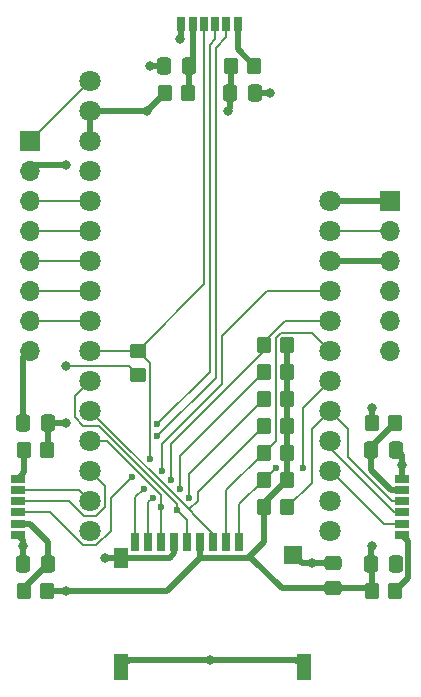
<source format=gbr>
%TF.GenerationSoftware,KiCad,Pcbnew,8.0.8*%
%TF.CreationDate,2025-02-11T14:17:18-06:00*%
%TF.ProjectId,IR Demo FeatherWing,49522044-656d-46f2-9046-656174686572,rev?*%
%TF.SameCoordinates,Original*%
%TF.FileFunction,Copper,L1,Top*%
%TF.FilePolarity,Positive*%
%FSLAX46Y46*%
G04 Gerber Fmt 4.6, Leading zero omitted, Abs format (unit mm)*
G04 Created by KiCad (PCBNEW 8.0.8) date 2025-02-11 14:17:18*
%MOMM*%
%LPD*%
G01*
G04 APERTURE LIST*
G04 Aperture macros list*
%AMRoundRect*
0 Rectangle with rounded corners*
0 $1 Rounding radius*
0 $2 $3 $4 $5 $6 $7 $8 $9 X,Y pos of 4 corners*
0 Add a 4 corners polygon primitive as box body*
4,1,4,$2,$3,$4,$5,$6,$7,$8,$9,$2,$3,0*
0 Add four circle primitives for the rounded corners*
1,1,$1+$1,$2,$3*
1,1,$1+$1,$4,$5*
1,1,$1+$1,$6,$7*
1,1,$1+$1,$8,$9*
0 Add four rect primitives between the rounded corners*
20,1,$1+$1,$2,$3,$4,$5,0*
20,1,$1+$1,$4,$5,$6,$7,0*
20,1,$1+$1,$6,$7,$8,$9,0*
20,1,$1+$1,$8,$9,$2,$3,0*%
G04 Aperture macros list end*
%TA.AperFunction,SMDPad,CuDef*%
%ADD10R,0.700000X1.600000*%
%TD*%
%TA.AperFunction,SMDPad,CuDef*%
%ADD11R,1.200000X1.800000*%
%TD*%
%TA.AperFunction,SMDPad,CuDef*%
%ADD12R,1.200000X2.200000*%
%TD*%
%TA.AperFunction,SMDPad,CuDef*%
%ADD13R,1.600000X1.500000*%
%TD*%
%TA.AperFunction,ComponentPad*%
%ADD14R,1.700000X1.700000*%
%TD*%
%TA.AperFunction,ComponentPad*%
%ADD15O,1.700000X1.700000*%
%TD*%
%TA.AperFunction,SMDPad,CuDef*%
%ADD16RoundRect,0.250000X0.337500X0.475000X-0.337500X0.475000X-0.337500X-0.475000X0.337500X-0.475000X0*%
%TD*%
%TA.AperFunction,SMDPad,CuDef*%
%ADD17RoundRect,0.250000X-0.350000X-0.450000X0.350000X-0.450000X0.350000X0.450000X-0.350000X0.450000X0*%
%TD*%
%TA.AperFunction,SMDPad,CuDef*%
%ADD18RoundRect,0.250000X-0.337500X-0.475000X0.337500X-0.475000X0.337500X0.475000X-0.337500X0.475000X0*%
%TD*%
%TA.AperFunction,SMDPad,CuDef*%
%ADD19RoundRect,0.250000X0.350000X0.450000X-0.350000X0.450000X-0.350000X-0.450000X0.350000X-0.450000X0*%
%TD*%
%TA.AperFunction,ComponentPad*%
%ADD20C,1.800000*%
%TD*%
%TA.AperFunction,SMDPad,CuDef*%
%ADD21RoundRect,0.250000X0.475000X-0.337500X0.475000X0.337500X-0.475000X0.337500X-0.475000X-0.337500X0*%
%TD*%
%TA.AperFunction,SMDPad,CuDef*%
%ADD22RoundRect,0.250000X0.450000X-0.350000X0.450000X0.350000X-0.450000X0.350000X-0.450000X-0.350000X0*%
%TD*%
%TA.AperFunction,SMDPad,CuDef*%
%ADD23R,0.640000X1.270000*%
%TD*%
%TA.AperFunction,SMDPad,CuDef*%
%ADD24R,1.270000X0.640000*%
%TD*%
%TA.AperFunction,ViaPad*%
%ADD25C,0.800000*%
%TD*%
%TA.AperFunction,ViaPad*%
%ADD26C,0.600000*%
%TD*%
%TA.AperFunction,Conductor*%
%ADD27C,0.200000*%
%TD*%
%TA.AperFunction,Conductor*%
%ADD28C,0.500000*%
%TD*%
G04 APERTURE END LIST*
D10*
%TO.P,J3,1,DAT2*%
%TO.N,/SD_DAT2*%
X152618000Y-120100000D03*
%TO.P,J3,2,DAT3/CD*%
%TO.N,/SPI_CS*%
X151518000Y-120100000D03*
%TO.P,J3,3,CMD*%
%TO.N,/SPI_MOSI*%
X150418000Y-120100000D03*
%TO.P,J3,4,VDD*%
%TO.N,VCC*%
X149318000Y-120100000D03*
%TO.P,J3,5,CLK*%
%TO.N,/SPI_SCK*%
X148218000Y-120100000D03*
%TO.P,J3,6,VSS*%
%TO.N,GND*%
X147118000Y-120100000D03*
%TO.P,J3,7,DAT0*%
%TO.N,/SPI_MISO*%
X146018000Y-120100000D03*
%TO.P,J3,8,DAT1*%
%TO.N,/SD_DAT1*%
X144918000Y-120100000D03*
%TO.P,J3,9,DET*%
%TO.N,/SPI_CD*%
X143818000Y-120100000D03*
D11*
%TO.P,J3,10,SHIELD*%
%TO.N,GND*%
X142618000Y-121400000D03*
D12*
X142618000Y-130700000D03*
D13*
X157218000Y-121150000D03*
D12*
X158118000Y-130700000D03*
%TD*%
D14*
%TO.P,J2,1,Pin_1*%
%TO.N,/~{RESET}*%
X134874000Y-86106000D03*
D15*
%TO.P,J2,2,Pin_2*%
%TO.N,VCC*%
X134874000Y-88646000D03*
%TO.P,J2,3,Pin_3*%
%TO.N,/GPIO18*%
X134874000Y-91186000D03*
%TO.P,J2,4,Pin_4*%
%TO.N,/GPIO17*%
X134874000Y-93726000D03*
%TO.P,J2,5,Pin_5*%
%TO.N,/GPIO16*%
X134874000Y-96266000D03*
%TO.P,J2,6,Pin_6*%
%TO.N,/GPIO15*%
X134874000Y-98806000D03*
%TO.P,J2,7,Pin_7*%
%TO.N,/GPIO14*%
X134874000Y-101346000D03*
%TO.P,J2,8,Pin_8*%
%TO.N,GND*%
X134874000Y-103886000D03*
%TD*%
D14*
%TO.P,J1,1,Pin_1*%
%TO.N,/VBAT*%
X165354000Y-91186000D03*
D15*
%TO.P,J1,2,Pin_2*%
%TO.N,/EN*%
X165354000Y-93726000D03*
%TO.P,J1,3,Pin_3*%
%TO.N,/VBUS*%
X165354000Y-96266000D03*
%TO.P,J1,4,Pin_4*%
%TO.N,GND*%
X165354000Y-98806000D03*
%TO.P,J1,5,Pin_5*%
%TO.N,/SCL*%
X165354000Y-101346000D03*
%TO.P,J1,6,Pin_6*%
%TO.N,/SDA*%
X165354000Y-103886000D03*
%TD*%
D16*
%TO.P,C4,1*%
%TO.N,VCC*%
X136419500Y-109982000D03*
%TO.P,C4,2*%
%TO.N,GND*%
X134344500Y-109982000D03*
%TD*%
D17*
%TO.P,R3,1*%
%TO.N,VCC*%
X151908000Y-79756000D03*
%TO.P,R3,2*%
%TO.N,Net-(U1-IRED)*%
X153908000Y-79756000D03*
%TD*%
D18*
%TO.P,C6,1*%
%TO.N,VCC*%
X163808500Y-121920000D03*
%TO.P,C6,2*%
%TO.N,GND*%
X165883500Y-121920000D03*
%TD*%
D19*
%TO.P,R12,1*%
%TO.N,VCC*%
X156702000Y-103378000D03*
%TO.P,R12,2*%
%TO.N,/SD_DAT1*%
X154702000Y-103378000D03*
%TD*%
%TO.P,R9,1*%
%TO.N,VCC*%
X156702000Y-110236000D03*
%TO.P,R9,2*%
%TO.N,/SPI_MOSI*%
X154702000Y-110236000D03*
%TD*%
D17*
%TO.P,R14,1*%
%TO.N,VCC*%
X154702000Y-117094000D03*
%TO.P,R14,2*%
%TO.N,/~{IR2_EN}*%
X156702000Y-117094000D03*
%TD*%
D19*
%TO.P,R4,1*%
%TO.N,VCC*%
X136382000Y-112268000D03*
%TO.P,R4,2*%
%TO.N,Net-(U2-IRED)*%
X134382000Y-112268000D03*
%TD*%
D16*
%TO.P,C1,1*%
%TO.N,Net-(U1-VCC)*%
X148357500Y-79756000D03*
%TO.P,C1,2*%
%TO.N,GND*%
X146282500Y-79756000D03*
%TD*%
D20*
%TO.P,A1,28,VBAT*%
%TO.N,/VBAT*%
X160274000Y-91186000D03*
%TO.P,A1,27,EN*%
%TO.N,/EN*%
X160274000Y-93726000D03*
%TO.P,A1,26,VBUS*%
%TO.N,/VBUS*%
X160274000Y-96266000D03*
%TO.P,A1,25,D13*%
%TO.N,/SPI_CD*%
X160274000Y-98806000D03*
%TO.P,A1,24,D12*%
%TO.N,/SD_DAT1*%
X160274000Y-101346000D03*
%TO.P,A1,23,D11*%
%TO.N,/SPI_CS*%
X160274000Y-103886000D03*
%TO.P,A1,22,D10*%
%TO.N,/SD_DAT2*%
X160274000Y-106426000D03*
%TO.P,A1,21,D9*%
%TO.N,/~{IR2_EN}*%
X160274000Y-108966000D03*
%TO.P,A1,20,D6*%
%TO.N,/IR2_RX*%
X160274000Y-111506000D03*
%TO.P,A1,19,D5*%
%TO.N,/IR2_TX*%
X160274000Y-114046000D03*
%TO.P,A1,18,SCL*%
%TO.N,/SCL*%
X160274000Y-116586000D03*
%TO.P,A1,17,SDA*%
%TO.N,/SDA*%
X160274000Y-119126000D03*
%TO.P,A1,16,TXD0*%
%TO.N,unconnected-(A1-TXD0-Pad16)*%
X139954000Y-119126000D03*
%TO.P,A1,15,TX*%
%TO.N,/IR1_TX*%
X139954000Y-116586000D03*
%TO.P,A1,14,RX*%
%TO.N,/IR1_RX*%
X139954000Y-114046000D03*
%TO.P,A1,13,MISO*%
%TO.N,/SPI_MISO*%
X139954000Y-111506000D03*
%TO.P,A1,12,MOSI*%
%TO.N,/SPI_MOSI*%
X139954000Y-108966000D03*
%TO.P,A1,11,SCK*%
%TO.N,/SPI_SCK*%
X139954000Y-106426000D03*
%TO.P,A1,10,A5*%
%TO.N,/~{IR1_EN}*%
X139954000Y-103886000D03*
%TO.P,A1,9,A4*%
%TO.N,/GPIO14*%
X139954000Y-101346000D03*
%TO.P,A1,8,A3*%
%TO.N,/GPIO15*%
X139954000Y-98806000D03*
%TO.P,A1,7,A2*%
%TO.N,/GPIO16*%
X139954000Y-96266000D03*
%TO.P,A1,6,A1*%
%TO.N,/GPIO17*%
X139954000Y-93726000D03*
%TO.P,A1,5,A0*%
%TO.N,/GPIO18*%
X139954000Y-91186000D03*
%TO.P,A1,4,GND*%
%TO.N,GND*%
X139954000Y-88646000D03*
%TO.P,A1,3,3V3*%
%TO.N,VCC*%
X139954000Y-86106000D03*
%TO.P,A1,2,3V3*%
X139954000Y-83566000D03*
%TO.P,A1,1,~{RESET}*%
%TO.N,/~{RESET}*%
X139954000Y-81026000D03*
%TD*%
D21*
%TO.P,C7,1*%
%TO.N,VCC*%
X160528000Y-123973500D03*
%TO.P,C7,2*%
%TO.N,GND*%
X160528000Y-121898500D03*
%TD*%
D18*
%TO.P,C5,1*%
%TO.N,Net-(U3-VCC)*%
X163808500Y-112268000D03*
%TO.P,C5,2*%
%TO.N,GND*%
X165883500Y-112268000D03*
%TD*%
%TO.P,C3,1*%
%TO.N,VCC*%
X151870500Y-82042000D03*
%TO.P,C3,2*%
%TO.N,GND*%
X153945500Y-82042000D03*
%TD*%
D19*
%TO.P,R2,1*%
%TO.N,VCC*%
X136382000Y-124206000D03*
%TO.P,R2,2*%
%TO.N,Net-(U2-VCC)*%
X134382000Y-124206000D03*
%TD*%
%TO.P,R8,1*%
%TO.N,VCC*%
X156702000Y-112522000D03*
%TO.P,R8,2*%
%TO.N,/SPI_CS*%
X154702000Y-112522000D03*
%TD*%
D17*
%TO.P,R13,1*%
%TO.N,VCC*%
X163846000Y-124206000D03*
%TO.P,R13,2*%
%TO.N,Net-(U3-IRED)*%
X165846000Y-124206000D03*
%TD*%
D19*
%TO.P,R11,1*%
%TO.N,VCC*%
X156702000Y-105664000D03*
%TO.P,R11,2*%
%TO.N,/SPI_MISO*%
X154702000Y-105664000D03*
%TD*%
D22*
%TO.P,R5,1*%
%TO.N,VCC*%
X144018000Y-105902000D03*
%TO.P,R5,2*%
%TO.N,/~{IR1_EN}*%
X144018000Y-103902000D03*
%TD*%
D23*
%TO.P,U1,1,IRED*%
%TO.N,Net-(U1-IRED)*%
X152489000Y-76200000D03*
%TO.P,U1,2,TXD*%
%TO.N,/IR1_TX*%
X151539000Y-76200000D03*
%TO.P,U1,3,RXD*%
%TO.N,/IR1_RX*%
X150589000Y-76200000D03*
%TO.P,U1,4,SD*%
%TO.N,/~{IR1_EN}*%
X149639000Y-76200000D03*
%TO.P,U1,5,VCC*%
%TO.N,Net-(U1-VCC)*%
X148689000Y-76200000D03*
%TO.P,U1,6,GND*%
%TO.N,GND*%
X147739000Y-76200000D03*
%TD*%
D16*
%TO.P,C2,1*%
%TO.N,Net-(U2-VCC)*%
X136419500Y-121920000D03*
%TO.P,C2,2*%
%TO.N,GND*%
X134344500Y-121920000D03*
%TD*%
D17*
%TO.P,R6,1*%
%TO.N,VCC*%
X163846000Y-109982000D03*
%TO.P,R6,2*%
%TO.N,Net-(U3-VCC)*%
X165846000Y-109982000D03*
%TD*%
D19*
%TO.P,R7,1*%
%TO.N,VCC*%
X156702000Y-114808000D03*
%TO.P,R7,2*%
%TO.N,/SD_DAT2*%
X154702000Y-114808000D03*
%TD*%
D17*
%TO.P,R1,1*%
%TO.N,VCC*%
X146320000Y-82042000D03*
%TO.P,R1,2*%
%TO.N,Net-(U1-VCC)*%
X148320000Y-82042000D03*
%TD*%
D19*
%TO.P,R10,1*%
%TO.N,VCC*%
X156702000Y-107950000D03*
%TO.P,R10,2*%
%TO.N,/SPI_SCK*%
X154702000Y-107950000D03*
%TD*%
D24*
%TO.P,U3,1,IRED*%
%TO.N,Net-(U3-IRED)*%
X166370000Y-119469000D03*
%TO.P,U3,2,TXD*%
%TO.N,/IR2_TX*%
X166370000Y-118519000D03*
%TO.P,U3,3,RXD*%
%TO.N,/IR2_RX*%
X166370000Y-117569000D03*
%TO.P,U3,4,SD*%
%TO.N,/~{IR2_EN}*%
X166370000Y-116619000D03*
%TO.P,U3,5,VCC*%
%TO.N,Net-(U3-VCC)*%
X166370000Y-115669000D03*
%TO.P,U3,6,GND*%
%TO.N,GND*%
X166370000Y-114719000D03*
%TD*%
%TO.P,U2,1,IRED*%
%TO.N,Net-(U2-IRED)*%
X133858000Y-114719000D03*
%TO.P,U2,2,TXD*%
%TO.N,/IR1_TX*%
X133858000Y-115669000D03*
%TO.P,U2,3,RXD*%
%TO.N,/IR1_RX*%
X133858000Y-116619000D03*
%TO.P,U2,4,SD*%
%TO.N,/~{IR1_EN}*%
X133858000Y-117569000D03*
%TO.P,U2,5,VCC*%
%TO.N,Net-(U2-VCC)*%
X133858000Y-118519000D03*
%TO.P,U2,6,GND*%
%TO.N,GND*%
X133858000Y-119469000D03*
%TD*%
D25*
%TO.N,VCC*%
X137922000Y-88138000D03*
D26*
%TO.N,/SD_DAT2*%
X155702000Y-113792000D03*
X157988000Y-113792000D03*
%TO.N,/IR1_TX*%
X145669000Y-111125000D03*
%TO.N,/IR1_RX*%
X145669000Y-110109000D03*
D25*
%TO.N,VCC*%
X137922000Y-124206000D03*
X151638000Y-83566000D03*
X144780000Y-83566000D03*
X163830000Y-108712000D03*
X137922000Y-105156000D03*
X137922000Y-109982000D03*
X163830000Y-120396000D03*
%TO.N,GND*%
X134344500Y-120396000D03*
X147574000Y-77470000D03*
X155194000Y-82042000D03*
X141224000Y-121412000D03*
X150114000Y-130048000D03*
X166370000Y-113538000D03*
X145034000Y-79756000D03*
X158750000Y-121898500D03*
D26*
%TO.N,/SPI_SCK*%
X147320000Y-117348000D03*
X148336000Y-116332000D03*
%TO.N,/~{IR1_EN}*%
X143510000Y-114554000D03*
X145034000Y-113030000D03*
%TO.N,/SPI_MISO*%
X146018000Y-117094000D03*
X147574000Y-115570000D03*
%TO.N,/SPI_CD*%
X144526000Y-115570000D03*
X146050000Y-114046000D03*
%TO.N,/SD_DAT1*%
X146812000Y-114808000D03*
X145288000Y-116332000D03*
%TD*%
D27*
%TO.N,/~{IR1_EN}*%
X133858000Y-117569000D02*
X136619000Y-117569000D01*
X139376000Y-120326000D02*
X140532000Y-120326000D01*
X140532000Y-120326000D02*
X141732000Y-119126000D01*
X136619000Y-117569000D02*
X139376000Y-120326000D01*
X141732000Y-119126000D02*
X141732000Y-116332000D01*
X141732000Y-116332000D02*
X143510000Y-114554000D01*
D28*
%TO.N,GND*%
X134344500Y-109982000D02*
X134344500Y-104415500D01*
X134344500Y-104415500D02*
X134874000Y-103886000D01*
D27*
%TO.N,/GPIO14*%
X134874000Y-101346000D02*
X139954000Y-101346000D01*
%TO.N,/GPIO15*%
X134874000Y-98806000D02*
X139954000Y-98806000D01*
%TO.N,/GPIO16*%
X134874000Y-96266000D02*
X139954000Y-96266000D01*
%TO.N,/GPIO17*%
X134874000Y-93726000D02*
X139954000Y-93726000D01*
%TO.N,/GPIO18*%
X134874000Y-91186000D02*
X139954000Y-91186000D01*
D28*
%TO.N,VCC*%
X137922000Y-88138000D02*
X135382000Y-88138000D01*
X135382000Y-88138000D02*
X134874000Y-88646000D01*
D27*
%TO.N,/~{RESET}*%
X134874000Y-86106000D02*
X139954000Y-81026000D01*
D28*
%TO.N,/VBUS*%
X160274000Y-96266000D02*
X165354000Y-96266000D01*
D27*
%TO.N,/EN*%
X160274000Y-93726000D02*
X165354000Y-93726000D01*
D28*
%TO.N,/VBAT*%
X160274000Y-91186000D02*
X165354000Y-91186000D01*
D27*
%TO.N,/SPI_CS*%
X154702000Y-112522000D02*
X155702000Y-111522000D01*
X155702000Y-111522000D02*
X155702000Y-102793256D01*
X158750000Y-102362000D02*
X160274000Y-103886000D01*
X155702000Y-102793256D02*
X156133256Y-102362000D01*
X156133256Y-102362000D02*
X158750000Y-102362000D01*
%TO.N,/SD_DAT2*%
X157988000Y-113792000D02*
X157988000Y-108712000D01*
X157988000Y-108712000D02*
X160274000Y-106426000D01*
%TO.N,/~{IR2_EN}*%
X158750000Y-115046000D02*
X158750000Y-110490000D01*
%TO.N,/SPI_MOSI*%
X140011686Y-108966000D02*
X148364843Y-117319157D01*
%TO.N,/~{IR2_EN}*%
X158750000Y-110490000D02*
X160274000Y-108966000D01*
%TO.N,/IR1_TX*%
X139037000Y-115669000D02*
X139954000Y-116586000D01*
X133858000Y-115669000D02*
X139037000Y-115669000D01*
%TO.N,/~{IR2_EN}*%
X166370000Y-116619000D02*
X165535000Y-116619000D01*
X161798000Y-112882000D02*
X161798000Y-110490000D01*
%TO.N,/IR2_TX*%
X160274000Y-114046000D02*
X160381500Y-114046000D01*
%TO.N,/IR1_RX*%
X133858000Y-116619000D02*
X138209000Y-116619000D01*
%TO.N,/SPI_MISO*%
X141420314Y-111506000D02*
X146018000Y-116103686D01*
X139954000Y-111506000D02*
X141420314Y-111506000D01*
%TO.N,/~{IR1_EN}*%
X139954000Y-103886000D02*
X144002000Y-103886000D01*
%TO.N,/SPI_CD*%
X154940000Y-98806000D02*
X160274000Y-98806000D01*
%TO.N,/SD_DAT1*%
X154702000Y-103108000D02*
X156464000Y-101346000D01*
%TO.N,/~{IR2_EN}*%
X161798000Y-110490000D02*
X160274000Y-108966000D01*
%TO.N,/SPI_CD*%
X146050000Y-111760000D02*
X151130000Y-106680000D01*
D28*
%TO.N,VCC*%
X139954000Y-86106000D02*
X139954000Y-83566000D01*
D27*
%TO.N,/SPI_CD*%
X151130000Y-106680000D02*
X151130000Y-102616000D01*
X151130000Y-102616000D02*
X154940000Y-98806000D01*
%TO.N,/IR2_RX*%
X165734612Y-117569000D02*
X166370000Y-117569000D01*
%TO.N,/SD_DAT1*%
X154702000Y-103378000D02*
X154702000Y-103108000D01*
%TO.N,/SPI_CD*%
X146050000Y-114046000D02*
X146050000Y-111760000D01*
%TO.N,/SD_DAT1*%
X156464000Y-101346000D02*
X160274000Y-101346000D01*
%TO.N,/SPI_SCK*%
X140716000Y-110236000D02*
X147320000Y-116840000D01*
%TO.N,/IR2_RX*%
X160274000Y-111506000D02*
X160274000Y-112108388D01*
%TO.N,/~{IR2_EN}*%
X165535000Y-116619000D02*
X161798000Y-112882000D01*
X156702000Y-117094000D02*
X158750000Y-115046000D01*
%TO.N,/IR2_RX*%
X160274000Y-112108388D02*
X165734612Y-117569000D01*
%TO.N,/IR2_TX*%
X160381500Y-114046000D02*
X164854500Y-118519000D01*
%TO.N,/IR1_RX*%
X140488557Y-117856000D02*
X141261500Y-117083057D01*
%TO.N,/IR2_TX*%
X164854500Y-118519000D02*
X166370000Y-118519000D01*
%TO.N,/IR1_RX*%
X138209000Y-116619000D02*
X139446000Y-117856000D01*
X139446000Y-117856000D02*
X140488557Y-117856000D01*
X141261500Y-117083057D02*
X141261500Y-115353500D01*
X141261500Y-115353500D02*
X139954000Y-114046000D01*
%TO.N,/SPI_MISO*%
X146018000Y-116103686D02*
X146018000Y-117094000D01*
%TO.N,/SPI_MOSI*%
X139954000Y-108966000D02*
X140011686Y-108966000D01*
%TO.N,/SPI_SCK*%
X139954000Y-106426000D02*
X138684000Y-107696000D01*
X138684000Y-107696000D02*
X138684000Y-109506779D01*
X138684000Y-109506779D02*
X139413221Y-110236000D01*
X139413221Y-110236000D02*
X140716000Y-110236000D01*
X147320000Y-116840000D02*
X147320000Y-117348000D01*
%TO.N,/~{IR1_EN}*%
X144002000Y-103886000D02*
X144018000Y-103902000D01*
D28*
%TO.N,VCC*%
X139954000Y-83566000D02*
X144780000Y-83566000D01*
D27*
%TO.N,/SPI_MOSI*%
X150418000Y-119372314D02*
X150418000Y-120100000D01*
X154702000Y-110236000D02*
X149098000Y-115840000D01*
X149098000Y-115840000D02*
X149098000Y-116586000D01*
X148364843Y-117319157D02*
X148999843Y-117954157D01*
X149098000Y-116586000D02*
X148364843Y-117319157D01*
X148999843Y-117954157D02*
X150418000Y-119372314D01*
%TO.N,/SD_DAT2*%
X155702000Y-113808000D02*
X154702000Y-114808000D01*
X155702000Y-113792000D02*
X155702000Y-113808000D01*
X152618000Y-116892000D02*
X154702000Y-114808000D01*
X152618000Y-120100000D02*
X152618000Y-116892000D01*
%TO.N,/IR1_TX*%
X145669000Y-111125000D02*
X150622000Y-106172000D01*
X150622000Y-78232000D02*
X151539000Y-77315000D01*
X151539000Y-77315000D02*
X151539000Y-76200000D01*
X150622000Y-106172000D02*
X150622000Y-78232000D01*
%TO.N,/IR1_RX*%
X150589000Y-77503000D02*
X150589000Y-76200000D01*
X145669000Y-110109000D02*
X150114000Y-105664000D01*
X150114000Y-105664000D02*
X150114000Y-77978000D01*
X150114000Y-77978000D02*
X150589000Y-77503000D01*
D28*
%TO.N,VCC*%
X163846000Y-121957500D02*
X163808500Y-121920000D01*
D27*
X144018000Y-105902000D02*
X143272000Y-105156000D01*
D28*
X144780000Y-83566000D02*
X144796000Y-83566000D01*
X154702000Y-120066000D02*
X154702000Y-117094000D01*
X156702000Y-107950000D02*
X156702000Y-105664000D01*
X136419500Y-112230500D02*
X136382000Y-112268000D01*
X156702000Y-105664000D02*
X156702000Y-103378000D01*
X149352000Y-120066000D02*
X149318000Y-120100000D01*
X154702000Y-117094000D02*
X154702000Y-116808000D01*
X149318000Y-121400000D02*
X146512000Y-124206000D01*
X160528000Y-123973500D02*
X163613500Y-123973500D01*
X163846000Y-124206000D02*
X163846000Y-121957500D01*
X146512000Y-124206000D02*
X137922000Y-124206000D01*
X153368000Y-121400000D02*
X153658000Y-121400000D01*
X153658000Y-121400000D02*
X156231500Y-123973500D01*
X144796000Y-83566000D02*
X146320000Y-82042000D01*
X163613500Y-123973500D02*
X163846000Y-124206000D01*
X154702000Y-116808000D02*
X156702000Y-114808000D01*
X156231500Y-123973500D02*
X160528000Y-123973500D01*
X163808500Y-120417500D02*
X163830000Y-120396000D01*
X163830000Y-108712000D02*
X163830000Y-109966000D01*
X163808500Y-121920000D02*
X163808500Y-120417500D01*
X151870500Y-83333500D02*
X151638000Y-83566000D01*
X136419500Y-109982000D02*
X137922000Y-109982000D01*
X156702000Y-112522000D02*
X156702000Y-110236000D01*
X153368000Y-121400000D02*
X154702000Y-120066000D01*
X149318000Y-120100000D02*
X149318000Y-121400000D01*
X136419500Y-109982000D02*
X136419500Y-112230500D01*
X156702000Y-110236000D02*
X156702000Y-107950000D01*
D27*
X143272000Y-105156000D02*
X137922000Y-105156000D01*
D28*
X163830000Y-109966000D02*
X163846000Y-109982000D01*
X137922000Y-124206000D02*
X136382000Y-124206000D01*
X151870500Y-82042000D02*
X151870500Y-83333500D01*
X156702000Y-114808000D02*
X156702000Y-112522000D01*
X149318000Y-121400000D02*
X153368000Y-121400000D01*
X151908000Y-82004500D02*
X151870500Y-82042000D01*
X151908000Y-79756000D02*
X151908000Y-82004500D01*
%TO.N,GND*%
X157966500Y-121898500D02*
X157218000Y-121150000D01*
X166370000Y-112754500D02*
X165883500Y-112268000D01*
X150114000Y-130048000D02*
X143270000Y-130048000D01*
X142618000Y-121400000D02*
X141236000Y-121400000D01*
X157466000Y-130048000D02*
X150114000Y-130048000D01*
X153945500Y-82042000D02*
X155194000Y-82042000D01*
X147118000Y-120100000D02*
X147118000Y-121050000D01*
X146282500Y-79756000D02*
X145034000Y-79756000D01*
X146768000Y-121400000D02*
X142618000Y-121400000D01*
X166370000Y-114719000D02*
X166370000Y-112754500D01*
X141236000Y-121400000D02*
X141224000Y-121412000D01*
X134344500Y-121920000D02*
X134344500Y-120396000D01*
X134344500Y-119955500D02*
X133858000Y-119469000D01*
X143270000Y-130048000D02*
X142618000Y-130700000D01*
X147118000Y-121050000D02*
X146768000Y-121400000D01*
X147739000Y-76200000D02*
X147739000Y-77305000D01*
X160528000Y-121898500D02*
X157966500Y-121898500D01*
X158118000Y-130700000D02*
X157466000Y-130048000D01*
X134344500Y-120396000D02*
X134344500Y-119955500D01*
X147739000Y-77305000D02*
X147574000Y-77470000D01*
D27*
%TO.N,/SPI_SCK*%
X147320000Y-117348000D02*
X148218000Y-118246000D01*
X148218000Y-118246000D02*
X148218000Y-120100000D01*
X148336000Y-114316000D02*
X148336000Y-116332000D01*
X154702000Y-107950000D02*
X148336000Y-114316000D01*
%TO.N,/~{IR1_EN}*%
X145034000Y-104918000D02*
X144018000Y-103902000D01*
X149639000Y-76200000D02*
X149639000Y-98281000D01*
X149639000Y-98281000D02*
X144018000Y-103902000D01*
X145034000Y-113030000D02*
X145034000Y-104918000D01*
%TO.N,/SPI_MISO*%
X154702000Y-105664000D02*
X147574000Y-112792000D01*
X147574000Y-112792000D02*
X147574000Y-115570000D01*
X146018000Y-117094000D02*
X146018000Y-120100000D01*
%TO.N,/SPI_CD*%
X143818000Y-116278000D02*
X144526000Y-115570000D01*
X143818000Y-120100000D02*
X143818000Y-116278000D01*
%TO.N,/SD_DAT1*%
X144918000Y-116702000D02*
X145288000Y-116332000D01*
X146812000Y-114808000D02*
X146812000Y-111760000D01*
X144918000Y-120100000D02*
X144918000Y-116702000D01*
X146812000Y-111760000D02*
X154702000Y-103870000D01*
X154702000Y-103870000D02*
X154702000Y-103378000D01*
%TO.N,/SPI_CS*%
X151518000Y-115706000D02*
X154702000Y-112522000D01*
X151518000Y-120100000D02*
X151518000Y-115706000D01*
D28*
%TO.N,Net-(U1-VCC)*%
X148689000Y-79424500D02*
X148357500Y-79756000D01*
X148357500Y-79756000D02*
X148357500Y-82004500D01*
X148689000Y-76200000D02*
X148689000Y-79424500D01*
X148357500Y-82004500D02*
X148320000Y-82042000D01*
%TO.N,Net-(U3-VCC)*%
X165846000Y-109982000D02*
X163808500Y-112019500D01*
X166370000Y-115669000D02*
X165465000Y-115669000D01*
X163808500Y-112019500D02*
X163808500Y-112268000D01*
X163808500Y-114012500D02*
X163808500Y-112268000D01*
X165465000Y-115669000D02*
X163808500Y-114012500D01*
%TO.N,Net-(U1-IRED)*%
X152489000Y-78337000D02*
X153908000Y-79756000D01*
X152489000Y-76200000D02*
X152489000Y-78337000D01*
%TO.N,Net-(U3-IRED)*%
X166921000Y-120020000D02*
X166370000Y-119469000D01*
X165846000Y-124206000D02*
X166921000Y-123131000D01*
X166921000Y-123131000D02*
X166921000Y-120020000D01*
%TO.N,Net-(U2-VCC)*%
X134382000Y-124206000D02*
X134382000Y-123957500D01*
X136419500Y-120065500D02*
X136419500Y-121920000D01*
X134873000Y-118519000D02*
X136419500Y-120065500D01*
X134382000Y-123957500D02*
X136419500Y-121920000D01*
X133858000Y-118519000D02*
X134873000Y-118519000D01*
%TO.N,Net-(U2-IRED)*%
X134382000Y-114195000D02*
X133858000Y-114719000D01*
X134382000Y-112268000D02*
X134382000Y-114195000D01*
%TD*%
M02*

</source>
